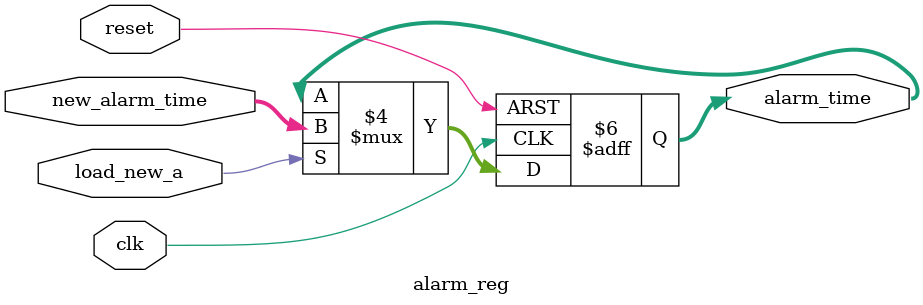
<source format=v>
`timescale 1ns / 1ps


module alarm_reg(clk,reset,load_new_a,new_alarm_time,alarm_time);
input clk,reset,load_new_a;
input [15:0] new_alarm_time;
output reg [15:0]alarm_time;

always @(posedge clk,negedge reset)
if(!reset)
alarm_time<=0;
else if(load_new_a)
alarm_time<=new_alarm_time;
else
alarm_time<=alarm_time;

endmodule

</source>
